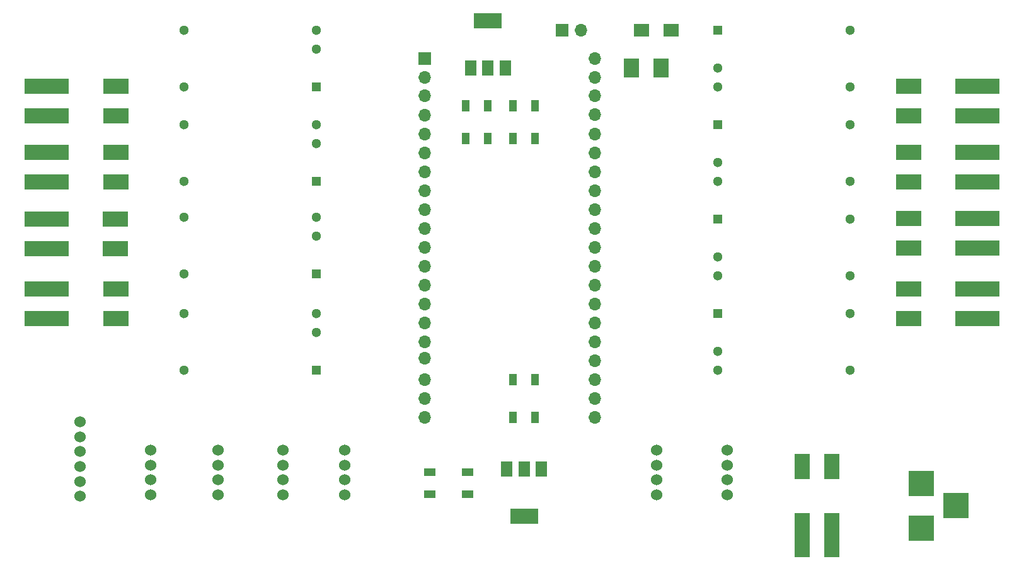
<source format=gbr>
G04 #@! TF.GenerationSoftware,KiCad,Pcbnew,(5.1.0)-1*
G04 #@! TF.CreationDate,2019-04-10T15:15:50-05:00*
G04 #@! TF.ProjectId,controlLED,636f6e74-726f-46c4-9c45-442e6b696361,rev?*
G04 #@! TF.SameCoordinates,Original*
G04 #@! TF.FileFunction,Soldermask,Top*
G04 #@! TF.FilePolarity,Negative*
%FSLAX46Y46*%
G04 Gerber Fmt 4.6, Leading zero omitted, Abs format (unit mm)*
G04 Created by KiCad (PCBNEW (5.1.0)-1) date 2019-04-10 15:15:50*
%MOMM*%
%LPD*%
G04 APERTURE LIST*
%ADD10R,3.500000X3.500000*%
%ADD11R,1.700000X1.700000*%
%ADD12O,1.700000X1.700000*%
%ADD13R,1.000000X1.600000*%
%ADD14C,1.300000*%
%ADD15R,1.300000X1.300000*%
%ADD16R,3.800000X2.000000*%
%ADD17R,1.500000X2.000000*%
%ADD18R,1.600000X1.000000*%
%ADD19R,2.000000X1.700000*%
%ADD20R,3.500000X2.000000*%
%ADD21R,6.000000X2.000000*%
%ADD22R,2.000000X3.500000*%
%ADD23R,2.000000X6.000000*%
%ADD24C,1.524000*%
%ADD25R,2.000000X2.500000*%
G04 APERTURE END LIST*
D10*
X200660000Y-115570000D03*
X200660000Y-121570000D03*
X205360000Y-118570000D03*
D11*
X133985000Y-58420000D03*
D12*
X133985000Y-60960000D03*
X133985000Y-63420000D03*
X133985000Y-66040000D03*
X133985000Y-68580000D03*
X133985000Y-71120000D03*
X133985000Y-73660000D03*
X133985000Y-76200000D03*
X133985000Y-78740000D03*
X133985000Y-81280000D03*
X133985000Y-83820000D03*
X133985000Y-86360000D03*
X133985000Y-88900000D03*
X133985000Y-91440000D03*
X133985000Y-93980000D03*
X133985000Y-96520000D03*
X133985000Y-98740000D03*
X133985000Y-101600000D03*
X133985000Y-104140000D03*
X133985000Y-106680000D03*
X156845000Y-58420000D03*
X156845000Y-60960000D03*
X156845000Y-63420000D03*
X156805000Y-65960000D03*
X156845000Y-68580000D03*
X156845000Y-71120000D03*
X156845000Y-73660000D03*
X156845000Y-76200000D03*
X156845000Y-78740000D03*
X156845000Y-81280000D03*
X156845000Y-83820000D03*
X156845000Y-86360000D03*
X156845000Y-88900000D03*
X156845000Y-91440000D03*
X156845000Y-93980000D03*
X156845000Y-96520000D03*
X156845000Y-99060000D03*
X156845000Y-101600000D03*
X156845000Y-104140000D03*
X156845000Y-106680000D03*
D13*
X142470000Y-69215000D03*
X139470000Y-69215000D03*
D14*
X119380000Y-92710000D03*
D15*
X119380000Y-100330000D03*
D14*
X101600000Y-92710000D03*
X101600000Y-100330000D03*
X119380000Y-95250000D03*
X173355000Y-62230000D03*
D15*
X173355000Y-54610000D03*
D14*
X191135000Y-62230000D03*
X191135000Y-54610000D03*
X173355000Y-59690000D03*
D16*
X147320000Y-119990000D03*
D17*
X147320000Y-113690000D03*
X145020000Y-113690000D03*
X149620000Y-113690000D03*
D13*
X145820000Y-69215000D03*
X148820000Y-69215000D03*
X145820000Y-64770000D03*
X148820000Y-64770000D03*
X142470000Y-64770000D03*
X139470000Y-64770000D03*
D18*
X134620000Y-114070000D03*
X134620000Y-117070000D03*
X139700000Y-114070000D03*
X139700000Y-117070000D03*
D13*
X145820000Y-101600000D03*
X148820000Y-101600000D03*
X145820000Y-106680000D03*
X148820000Y-106680000D03*
D19*
X167100000Y-54610000D03*
X163100000Y-54610000D03*
D20*
X199012000Y-62135000D03*
D21*
X208262000Y-62135000D03*
D20*
X199012000Y-66135000D03*
D21*
X208262000Y-66135000D03*
D20*
X199012000Y-71025000D03*
D21*
X208262000Y-71025000D03*
D20*
X199012000Y-75025000D03*
D21*
X208262000Y-75025000D03*
D20*
X199012000Y-79915000D03*
D21*
X208262000Y-79915000D03*
D20*
X199012000Y-83915000D03*
D21*
X208262000Y-83915000D03*
D20*
X199012000Y-89440000D03*
D21*
X208262000Y-89440000D03*
D20*
X199012000Y-93440000D03*
D21*
X208262000Y-93440000D03*
D20*
X92453000Y-93440000D03*
D21*
X83203000Y-93440000D03*
D20*
X92453000Y-89440000D03*
D21*
X83203000Y-89440000D03*
D20*
X92435000Y-84010000D03*
D21*
X83185000Y-84010000D03*
D20*
X92435000Y-80010000D03*
D21*
X83185000Y-80010000D03*
D20*
X92453000Y-75025000D03*
D21*
X83203000Y-75025000D03*
D20*
X92453000Y-71025000D03*
D21*
X83203000Y-71025000D03*
D22*
X188690000Y-113287000D03*
D23*
X188690000Y-122537000D03*
D22*
X184690000Y-113287000D03*
D23*
X184690000Y-122537000D03*
D24*
X174625000Y-111125000D03*
X174625000Y-113125000D03*
X174625000Y-115125000D03*
X174625000Y-117125000D03*
X114935000Y-111125000D03*
X114935000Y-113125000D03*
X114935000Y-115125000D03*
X114935000Y-117125000D03*
X165100000Y-111125000D03*
X165100000Y-113125000D03*
X165100000Y-115125000D03*
X165100000Y-117125000D03*
X123190000Y-111125000D03*
X123190000Y-113125000D03*
X123190000Y-115125000D03*
X123190000Y-117125000D03*
X97155000Y-111125000D03*
X97155000Y-113125000D03*
X97155000Y-115125000D03*
X97155000Y-117125000D03*
X106235000Y-111125000D03*
X106235000Y-113125000D03*
X106235000Y-115125000D03*
X106235000Y-117125000D03*
X87630000Y-107315000D03*
X87630000Y-109315000D03*
X87630000Y-111315000D03*
X87630000Y-113315000D03*
X87630000Y-115315000D03*
X87630000Y-117315000D03*
D11*
X152400000Y-54610000D03*
D12*
X154940000Y-54610000D03*
D14*
X173355000Y-74930000D03*
D15*
X173355000Y-67310000D03*
D14*
X191135000Y-74930000D03*
X191135000Y-67310000D03*
X173355000Y-72390000D03*
X173355000Y-87630000D03*
D15*
X173355000Y-80010000D03*
D14*
X191135000Y-87630000D03*
X191135000Y-80010000D03*
X173355000Y-85090000D03*
X173355000Y-100330000D03*
D15*
X173355000Y-92710000D03*
D14*
X191135000Y-100330000D03*
X191135000Y-92710000D03*
X173355000Y-97790000D03*
X119380000Y-79756000D03*
D15*
X119380000Y-87376000D03*
D14*
X101600000Y-79756000D03*
X101600000Y-87376000D03*
X119380000Y-82296000D03*
X119380000Y-67310000D03*
D15*
X119380000Y-74930000D03*
D14*
X101600000Y-67310000D03*
X101600000Y-74930000D03*
X119380000Y-69850000D03*
X119380000Y-54610000D03*
D15*
X119380000Y-62230000D03*
D14*
X101600000Y-54610000D03*
X101600000Y-62230000D03*
X119380000Y-57150000D03*
D25*
X165735000Y-59690000D03*
X161735000Y-59690000D03*
D16*
X142480000Y-53390000D03*
D17*
X142480000Y-59690000D03*
X144780000Y-59690000D03*
X140180000Y-59690000D03*
D20*
X92453000Y-66135000D03*
D21*
X83203000Y-66135000D03*
D20*
X92453000Y-62135000D03*
D21*
X83203000Y-62135000D03*
M02*

</source>
